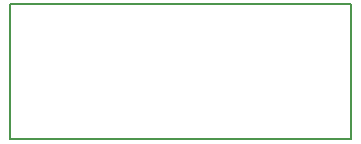
<source format=gbr>
%FSLAX34Y34*%
%MOMM*%
%LNOUTLINE*%
G71*
G01*
%ADD10C, 0.200*%
%LPD*%
G54D10*
X300000Y120125D02*
X300000Y5825D01*
X11075Y5825D01*
X11075Y120125D01*
X300000Y120125D01*
M02*

</source>
